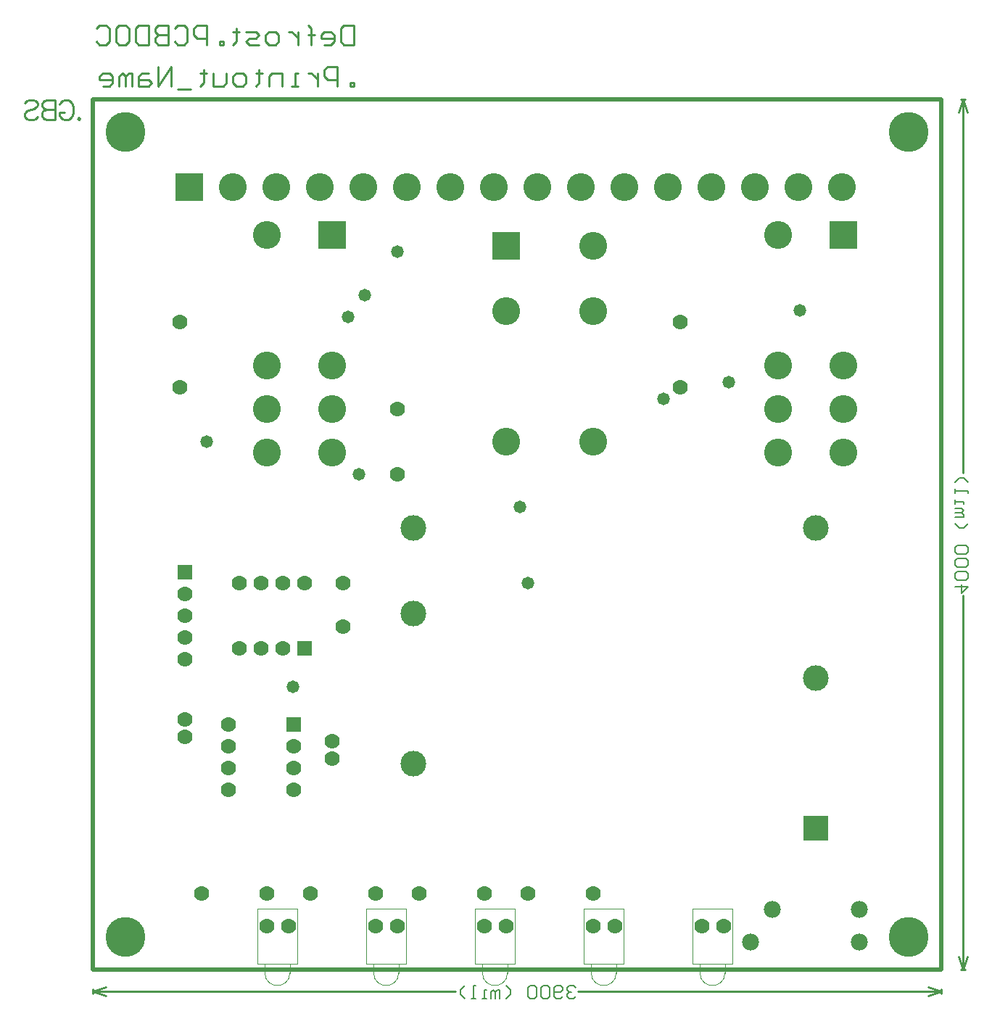
<source format=gbs>
%FSLAX23Y23*%
%MOIN*%
G70*
G01*
G75*
%ADD10R,0.024X0.087*%
%ADD11R,0.024X0.087*%
%ADD12C,0.012*%
%ADD13C,0.020*%
%ADD14C,0.001*%
%ADD15C,0.001*%
%ADD16C,0.010*%
%ADD17C,0.006*%
%ADD18C,0.062*%
%ADD19C,0.070*%
%ADD20R,0.062X0.062*%
%ADD21C,0.120*%
%ADD22R,0.120X0.120*%
%ADD23R,0.110X0.110*%
%ADD24C,0.110*%
%ADD25C,0.175*%
%ADD26C,0.050*%
%ADD27C,0.010*%
%ADD28C,0.008*%
%ADD29C,0.005*%
%ADD30C,0.008*%
%ADD31C,0.009*%
%ADD32R,0.032X0.095*%
%ADD33R,0.032X0.095*%
%ADD34C,0.078*%
%ADD35R,0.070X0.070*%
%ADD36C,0.128*%
%ADD37R,0.128X0.128*%
%ADD38R,0.118X0.118*%
%ADD39C,0.118*%
%ADD40C,0.183*%
%ADD41C,0.058*%
D13*
X4091Y4000D02*
X191D01*
Y0D02*
Y4000D01*
X4091Y0D02*
X191D01*
X4091D02*
Y4000D01*
D14*
X984Y-17D02*
G03*
X1098Y-17I57J0D01*
G01*
X2484D02*
G03*
X2598Y-17I57J0D01*
G01*
X1484D02*
G03*
X1598Y-17I57J0D01*
G01*
X1984D02*
G03*
X2098Y-17I57J0D01*
G01*
X2984D02*
G03*
X3098Y-17I57J0D01*
G01*
D15*
X1133Y279D02*
X950D01*
X1133Y27D02*
Y279D01*
Y27D02*
X950D01*
Y279D01*
X984Y-17D02*
Y27D01*
X1098Y-17D02*
Y27D01*
X2598Y-17D02*
Y27D01*
X2484Y-17D02*
Y27D01*
X2450D02*
Y279D01*
X2633Y27D02*
X2450D01*
X2633D02*
Y279D01*
X2450D01*
X1598Y-17D02*
Y27D01*
X1484Y-17D02*
Y27D01*
X1450D02*
Y279D01*
X1633Y27D02*
X1450D01*
X1633D02*
Y279D01*
X1450D01*
X2133D02*
X1950D01*
X2133Y27D02*
Y279D01*
Y27D02*
X1950D01*
Y279D01*
X1984Y-17D02*
Y27D01*
X2098Y-17D02*
Y27D01*
X3098Y-17D02*
Y27D01*
X2984Y-17D02*
Y27D01*
X2950D02*
Y279D01*
X3133Y27D02*
X2950D01*
X3133D02*
Y279D01*
X2950D01*
D16*
X191Y-110D02*
Y-90D01*
X4091Y-110D02*
Y-90D01*
X251Y-120D02*
X191Y-100D01*
X251Y-80D02*
X191Y-100D01*
X4091D02*
X4031Y-120D01*
X4091Y-100D02*
X4031Y-80D01*
X1860Y-100D02*
X191D01*
X4091D02*
X2422D01*
X4201Y4000D02*
X4181D01*
X4201Y0D02*
X4181D01*
X4191Y4000D02*
X4171Y3940D01*
X4211D02*
X4191Y4000D01*
Y0D02*
X4171Y60D01*
X4211D02*
X4191Y0D01*
Y2281D02*
Y4000D01*
Y0D02*
Y1719D01*
X1392Y4340D02*
Y4250D01*
X1347D01*
X1332Y4265D01*
Y4325D01*
X1347Y4340D01*
X1392D01*
X1257Y4250D02*
X1287D01*
X1302Y4265D01*
Y4295D01*
X1287Y4310D01*
X1257D01*
X1242Y4295D01*
Y4280D01*
X1302D01*
X1197Y4250D02*
Y4325D01*
Y4295D01*
X1212D01*
X1182D01*
X1197D01*
Y4325D01*
X1182Y4340D01*
X1137Y4310D02*
Y4250D01*
Y4280D01*
X1122Y4295D01*
X1107Y4310D01*
X1092D01*
X1032Y4250D02*
X1002D01*
X987Y4265D01*
Y4295D01*
X1002Y4310D01*
X1032D01*
X1047Y4295D01*
Y4265D01*
X1032Y4250D01*
X957D02*
X912D01*
X897Y4265D01*
X912Y4280D01*
X942D01*
X957Y4295D01*
X942Y4310D01*
X897D01*
X852Y4325D02*
Y4310D01*
X867D01*
X837D01*
X852D01*
Y4265D01*
X837Y4250D01*
X792D02*
Y4265D01*
X777D01*
Y4250D01*
X792D01*
X717D02*
Y4340D01*
X672D01*
X657Y4325D01*
Y4295D01*
X672Y4280D01*
X717D01*
X568Y4325D02*
X583Y4340D01*
X612D01*
X627Y4325D01*
Y4265D01*
X612Y4250D01*
X583D01*
X568Y4265D01*
X538Y4340D02*
Y4250D01*
X493D01*
X478Y4265D01*
Y4280D01*
X493Y4295D01*
X538D01*
X493D01*
X478Y4310D01*
Y4325D01*
X493Y4340D01*
X538D01*
X448D02*
Y4250D01*
X403D01*
X388Y4265D01*
Y4325D01*
X403Y4340D01*
X448D01*
X313D02*
X343D01*
X358Y4325D01*
Y4265D01*
X343Y4250D01*
X313D01*
X298Y4265D01*
Y4325D01*
X313Y4340D01*
X208Y4325D02*
X223Y4340D01*
X253D01*
X268Y4325D01*
Y4265D01*
X253Y4250D01*
X223D01*
X208Y4265D01*
X1392Y4060D02*
Y4075D01*
X1377D01*
Y4060D01*
X1392D01*
X1317D02*
Y4150D01*
X1272D01*
X1257Y4135D01*
Y4105D01*
X1272Y4090D01*
X1317D01*
X1227Y4120D02*
Y4060D01*
Y4090D01*
X1212Y4105D01*
X1197Y4120D01*
X1182D01*
X1137Y4060D02*
X1107D01*
X1122D01*
Y4120D01*
X1137D01*
X1062Y4060D02*
Y4120D01*
X1017D01*
X1002Y4105D01*
Y4060D01*
X957Y4135D02*
Y4120D01*
X972D01*
X942D01*
X957D01*
Y4075D01*
X942Y4060D01*
X882D02*
X852D01*
X837Y4075D01*
Y4105D01*
X852Y4120D01*
X882D01*
X897Y4105D01*
Y4075D01*
X882Y4060D01*
X807Y4120D02*
Y4075D01*
X792Y4060D01*
X747D01*
Y4120D01*
X702Y4135D02*
Y4120D01*
X717D01*
X687D01*
X702D01*
Y4075D01*
X687Y4060D01*
X642Y4045D02*
X583D01*
X553Y4060D02*
Y4150D01*
X493Y4060D01*
Y4150D01*
X448Y4120D02*
X418D01*
X403Y4105D01*
Y4060D01*
X448D01*
X463Y4075D01*
X448Y4090D01*
X403D01*
X373Y4060D02*
Y4120D01*
X358D01*
X343Y4105D01*
Y4060D01*
Y4105D01*
X328Y4120D01*
X313Y4105D01*
Y4060D01*
X238D02*
X268D01*
X283Y4075D01*
Y4105D01*
X268Y4120D01*
X238D01*
X223Y4105D01*
Y4090D01*
X283D01*
D17*
X2412Y-86D02*
X2402Y-76D01*
X2382D01*
X2372Y-86D01*
Y-96D01*
X2382Y-106D01*
X2392D01*
X2382D01*
X2372Y-116D01*
Y-126D01*
X2382Y-136D01*
X2402D01*
X2412Y-126D01*
X2352D02*
X2342Y-136D01*
X2322D01*
X2312Y-126D01*
Y-86D01*
X2322Y-76D01*
X2342D01*
X2352Y-86D01*
Y-96D01*
X2342Y-106D01*
X2312D01*
X2292Y-86D02*
X2282Y-76D01*
X2262D01*
X2252Y-86D01*
Y-126D01*
X2262Y-136D01*
X2282D01*
X2292Y-126D01*
Y-86D01*
X2232D02*
X2222Y-76D01*
X2202D01*
X2192Y-86D01*
Y-126D01*
X2202Y-136D01*
X2222D01*
X2232Y-126D01*
Y-86D01*
X2092Y-136D02*
X2112Y-116D01*
Y-96D01*
X2092Y-76D01*
X2062Y-136D02*
Y-96D01*
X2052D01*
X2042Y-106D01*
Y-136D01*
Y-106D01*
X2032Y-96D01*
X2022Y-106D01*
Y-136D01*
X2002D02*
X1982D01*
X1992D01*
Y-96D01*
X2002D01*
X1952Y-136D02*
X1932D01*
X1942D01*
Y-76D01*
X1952D01*
X1902Y-136D02*
X1882Y-116D01*
Y-96D01*
X1902Y-76D01*
X4155Y1759D02*
X4215D01*
X4185Y1729D01*
Y1769D01*
X4205Y1789D02*
X4215Y1799D01*
Y1819D01*
X4205Y1829D01*
X4165D01*
X4155Y1819D01*
Y1799D01*
X4165Y1789D01*
X4205D01*
Y1849D02*
X4215Y1859D01*
Y1879D01*
X4205Y1889D01*
X4165D01*
X4155Y1879D01*
Y1859D01*
X4165Y1849D01*
X4205D01*
Y1909D02*
X4215Y1919D01*
Y1939D01*
X4205Y1949D01*
X4165D01*
X4155Y1939D01*
Y1919D01*
X4165Y1909D01*
X4205D01*
X4155Y2049D02*
X4175Y2029D01*
X4195D01*
X4215Y2049D01*
X4155Y2079D02*
X4195D01*
Y2089D01*
X4185Y2099D01*
X4155D01*
X4185D01*
X4195Y2109D01*
X4185Y2119D01*
X4155D01*
Y2139D02*
Y2159D01*
Y2149D01*
X4195D01*
Y2139D01*
X4155Y2189D02*
Y2209D01*
Y2199D01*
X4215D01*
Y2189D01*
X4155Y2239D02*
X4175Y2259D01*
X4195D01*
X4215Y2239D01*
D19*
X1166Y1775D02*
D03*
X591Y2975D02*
D03*
X1591Y2575D02*
D03*
X866Y1775D02*
D03*
X966Y1475D02*
D03*
X2491Y350D02*
D03*
X1066Y1475D02*
D03*
X591Y2675D02*
D03*
X1491Y350D02*
D03*
X1066Y1775D02*
D03*
X1591Y2275D02*
D03*
X1991Y350D02*
D03*
X866Y1475D02*
D03*
X2191Y350D02*
D03*
X1191D02*
D03*
X1691D02*
D03*
X966Y1775D02*
D03*
X616Y1625D02*
D03*
X991Y350D02*
D03*
X691D02*
D03*
X2891Y2675D02*
D03*
Y2975D02*
D03*
X816Y825D02*
D03*
Y925D02*
D03*
Y1025D02*
D03*
Y1125D02*
D03*
X1116Y825D02*
D03*
Y925D02*
D03*
Y1025D02*
D03*
X616Y1150D02*
D03*
X3091Y200D02*
D03*
X2591D02*
D03*
X616Y1070D02*
D03*
X1291Y970D02*
D03*
X1341Y1575D02*
D03*
X616Y1725D02*
D03*
X2991Y200D02*
D03*
X2091D02*
D03*
X1991D02*
D03*
X1591D02*
D03*
X1491D02*
D03*
X1091D02*
D03*
X991D02*
D03*
X2491D02*
D03*
X616Y1525D02*
D03*
Y1425D02*
D03*
X1291Y1050D02*
D03*
X1341Y1775D02*
D03*
D31*
X128Y3914D02*
X132Y3909D01*
X128Y3905D01*
X124Y3909D01*
X128Y3914D01*
X40Y3974D02*
X44Y3982D01*
X53Y3991D01*
X61Y3995D01*
X78D01*
X87Y3991D01*
X95Y3982D01*
X100Y3974D01*
X104Y3961D01*
Y3939D01*
X100Y3926D01*
X95Y3918D01*
X87Y3909D01*
X78Y3905D01*
X61D01*
X53Y3909D01*
X44Y3918D01*
X40Y3926D01*
Y3939D01*
X61D02*
X40D01*
X19Y3995D02*
Y3905D01*
Y3995D02*
X-19D01*
X-32Y3991D01*
X-37Y3986D01*
X-41Y3978D01*
Y3969D01*
X-37Y3961D01*
X-32Y3956D01*
X-19Y3952D01*
X19D02*
X-19D01*
X-32Y3948D01*
X-37Y3944D01*
X-41Y3935D01*
Y3922D01*
X-37Y3914D01*
X-32Y3909D01*
X-19Y3905D01*
X19D01*
X-121Y3982D02*
X-112Y3991D01*
X-100Y3995D01*
X-82D01*
X-70Y3991D01*
X-61Y3982D01*
Y3974D01*
X-65Y3965D01*
X-70Y3961D01*
X-78Y3956D01*
X-104Y3948D01*
X-112Y3944D01*
X-117Y3939D01*
X-121Y3931D01*
Y3918D01*
X-112Y3909D01*
X-100Y3905D01*
X-82D01*
X-70Y3909D01*
X-61Y3918D01*
D34*
X3716Y275D02*
D03*
X3316D02*
D03*
X3716Y125D02*
D03*
X3216D02*
D03*
D35*
X1166Y1475D02*
D03*
X1116Y1125D02*
D03*
X616Y1825D02*
D03*
D36*
X2491Y2425D02*
D03*
X2091Y3025D02*
D03*
X2491D02*
D03*
Y3325D02*
D03*
X2091Y2425D02*
D03*
X991Y3375D02*
D03*
Y2775D02*
D03*
X1291Y2375D02*
D03*
Y2775D02*
D03*
X991Y2375D02*
D03*
X1291Y2575D02*
D03*
X991D02*
D03*
X3341Y3375D02*
D03*
Y2775D02*
D03*
X3641Y2375D02*
D03*
Y2775D02*
D03*
X3341Y2375D02*
D03*
X3641Y2575D02*
D03*
X3341D02*
D03*
X2835Y3594D02*
D03*
X2635D02*
D03*
X2435D02*
D03*
X2235D02*
D03*
X2035D02*
D03*
X1835D02*
D03*
X1635D02*
D03*
X1435D02*
D03*
X1235D02*
D03*
X1035D02*
D03*
X835D02*
D03*
X3035D02*
D03*
X3235D02*
D03*
X3435D02*
D03*
X3635D02*
D03*
D37*
X2091Y3325D02*
D03*
X1291Y3375D02*
D03*
X3641D02*
D03*
X635Y3594D02*
D03*
D38*
X3516Y650D02*
D03*
D39*
Y1340D02*
D03*
Y2030D02*
D03*
X1666D02*
D03*
Y1635D02*
D03*
Y945D02*
D03*
D40*
X3941Y150D02*
D03*
X341D02*
D03*
Y3850D02*
D03*
X3941D02*
D03*
D41*
X716Y2425D02*
D03*
X1591Y3300D02*
D03*
X1366Y3000D02*
D03*
X2191Y1775D02*
D03*
X3116Y2700D02*
D03*
X1416Y2275D02*
D03*
X1441Y3100D02*
D03*
X2156Y2125D02*
D03*
X2817Y2621D02*
D03*
X3441Y3030D02*
D03*
X1111Y1300D02*
D03*
M02*

</source>
